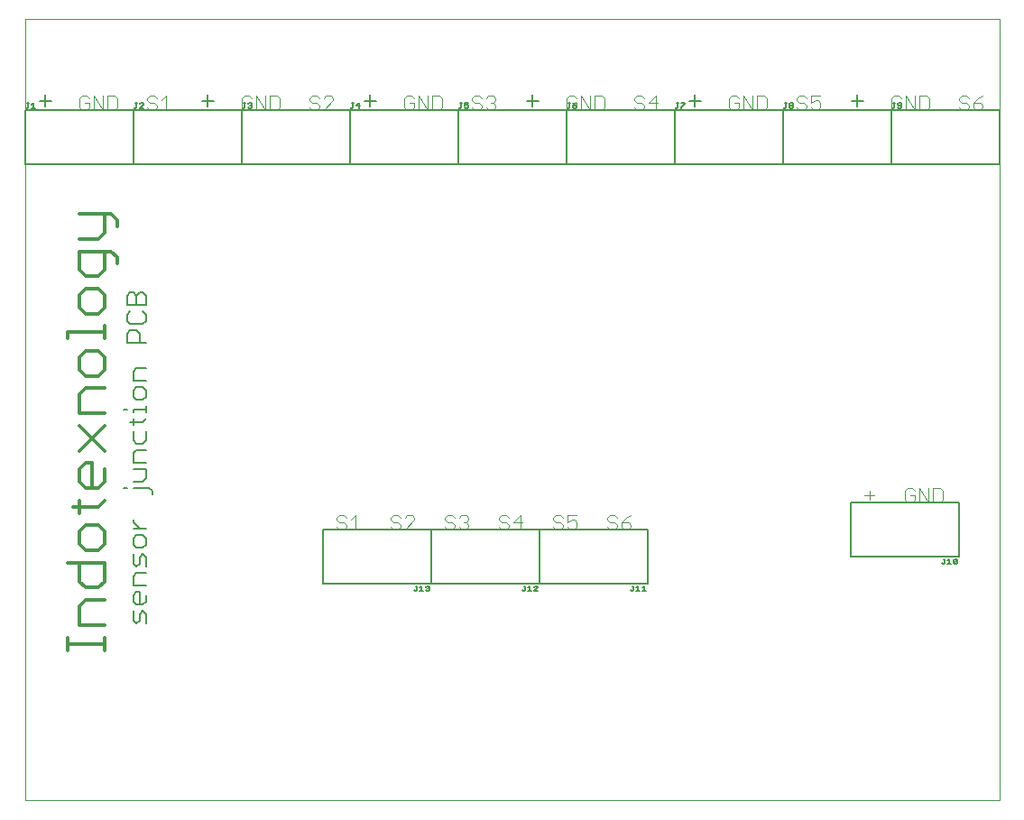
<source format=gto>
G75*
%MOIN*%
%OFA0B0*%
%FSLAX25Y25*%
%IPPOS*%
%LPD*%
%AMOC8*
5,1,8,0,0,1.08239X$1,22.5*
%
%ADD10C,0.00000*%
%ADD11C,0.00600*%
%ADD12C,0.00400*%
%ADD13C,0.01200*%
%ADD14C,0.00500*%
D10*
X0003000Y0001800D02*
X0003000Y0290501D01*
X0362921Y0290501D01*
X0362921Y0001800D01*
X0003000Y0001800D01*
D11*
X0044197Y0067100D02*
X0043029Y0068268D01*
X0043029Y0071771D01*
X0044197Y0074098D02*
X0043029Y0075266D01*
X0043029Y0077601D01*
X0044197Y0078769D01*
X0045365Y0078769D01*
X0045365Y0074098D01*
X0046532Y0074098D02*
X0044197Y0074098D01*
X0046532Y0074098D02*
X0047700Y0075266D01*
X0047700Y0077601D01*
X0047700Y0081096D02*
X0043029Y0081096D01*
X0043029Y0084599D01*
X0044197Y0085767D01*
X0047700Y0085767D01*
X0047700Y0088094D02*
X0047700Y0091597D01*
X0046532Y0092765D01*
X0045365Y0091597D01*
X0045365Y0089262D01*
X0044197Y0088094D01*
X0043029Y0089262D01*
X0043029Y0092765D01*
X0044197Y0095092D02*
X0043029Y0096260D01*
X0043029Y0098595D01*
X0044197Y0099763D01*
X0046532Y0099763D01*
X0047700Y0098595D01*
X0047700Y0096260D01*
X0046532Y0095092D01*
X0044197Y0095092D01*
X0043029Y0102090D02*
X0047700Y0102090D01*
X0045365Y0102090D02*
X0043029Y0104425D01*
X0043029Y0105593D01*
X0043029Y0117255D02*
X0048868Y0117255D01*
X0050035Y0116087D01*
X0050035Y0114919D01*
X0046532Y0119585D02*
X0047700Y0120752D01*
X0047700Y0124255D01*
X0043029Y0124255D01*
X0043029Y0126583D02*
X0043029Y0130086D01*
X0044197Y0131253D01*
X0047700Y0131253D01*
X0046532Y0133581D02*
X0047700Y0134748D01*
X0047700Y0138251D01*
X0046532Y0141746D02*
X0047700Y0142914D01*
X0046532Y0141746D02*
X0041862Y0141746D01*
X0043029Y0140579D02*
X0043029Y0142914D01*
X0043029Y0145244D02*
X0043029Y0146412D01*
X0047700Y0146412D01*
X0047700Y0147579D02*
X0047700Y0145244D01*
X0046532Y0149909D02*
X0047700Y0151077D01*
X0047700Y0153412D01*
X0046532Y0154580D01*
X0044197Y0154580D01*
X0043029Y0153412D01*
X0043029Y0151077D01*
X0044197Y0149909D01*
X0046532Y0149909D01*
X0040694Y0146412D02*
X0039526Y0146412D01*
X0043029Y0138251D02*
X0043029Y0134748D01*
X0044197Y0133581D01*
X0046532Y0133581D01*
X0047700Y0126583D02*
X0043029Y0126583D01*
X0043029Y0119585D02*
X0046532Y0119585D01*
X0040694Y0117255D02*
X0039526Y0117255D01*
X0043029Y0156907D02*
X0043029Y0160410D01*
X0044197Y0161578D01*
X0047700Y0161578D01*
X0047700Y0156907D02*
X0043029Y0156907D01*
X0040694Y0170903D02*
X0040694Y0174406D01*
X0041862Y0175574D01*
X0044197Y0175574D01*
X0045365Y0174406D01*
X0045365Y0170903D01*
X0047700Y0170903D02*
X0040694Y0170903D01*
X0041862Y0177901D02*
X0046532Y0177901D01*
X0047700Y0179069D01*
X0047700Y0181404D01*
X0046532Y0182572D01*
X0047700Y0184899D02*
X0040694Y0184899D01*
X0040694Y0188402D01*
X0041862Y0189570D01*
X0043029Y0189570D01*
X0044197Y0188402D01*
X0044197Y0184899D01*
X0041862Y0182572D02*
X0040694Y0181404D01*
X0040694Y0179069D01*
X0041862Y0177901D01*
X0047700Y0184899D02*
X0047700Y0188402D01*
X0046532Y0189570D01*
X0045365Y0189570D01*
X0044197Y0188402D01*
X0070435Y0258168D02*
X0070435Y0262438D01*
X0068300Y0260303D02*
X0072570Y0260303D01*
X0128300Y0260303D02*
X0132570Y0260303D01*
X0130435Y0262438D02*
X0130435Y0258168D01*
X0188300Y0260303D02*
X0192570Y0260303D01*
X0190435Y0262438D02*
X0190435Y0258168D01*
X0248300Y0260303D02*
X0252570Y0260303D01*
X0250435Y0262438D02*
X0250435Y0258168D01*
X0308300Y0260303D02*
X0312570Y0260303D01*
X0310435Y0262438D02*
X0310435Y0258168D01*
X0047700Y0070603D02*
X0047700Y0067100D01*
X0045365Y0068268D02*
X0044197Y0067100D01*
X0045365Y0068268D02*
X0045365Y0070603D01*
X0046532Y0071771D01*
X0047700Y0070603D01*
X0010435Y0258168D02*
X0010435Y0262438D01*
X0008300Y0260303D02*
X0012570Y0260303D01*
D12*
X0023200Y0261337D02*
X0023200Y0257867D01*
X0024067Y0257000D01*
X0025802Y0257000D01*
X0026670Y0257867D01*
X0026670Y0259602D01*
X0024935Y0259602D01*
X0026670Y0261337D02*
X0025802Y0262204D01*
X0024067Y0262204D01*
X0023200Y0261337D01*
X0028356Y0262204D02*
X0031826Y0257000D01*
X0031826Y0262204D01*
X0033513Y0262204D02*
X0036115Y0262204D01*
X0036982Y0261337D01*
X0036982Y0257867D01*
X0036115Y0257000D01*
X0033513Y0257000D01*
X0033513Y0262204D01*
X0028356Y0262204D02*
X0028356Y0257000D01*
X0048200Y0257867D02*
X0049067Y0257000D01*
X0050802Y0257000D01*
X0051670Y0257867D01*
X0051670Y0258735D01*
X0050802Y0259602D01*
X0049067Y0259602D01*
X0048200Y0260470D01*
X0048200Y0261337D01*
X0049067Y0262204D01*
X0050802Y0262204D01*
X0051670Y0261337D01*
X0053356Y0260470D02*
X0055091Y0262204D01*
X0055091Y0257000D01*
X0053356Y0257000D02*
X0056826Y0257000D01*
X0083200Y0257867D02*
X0084067Y0257000D01*
X0085802Y0257000D01*
X0086670Y0257867D01*
X0086670Y0259602D01*
X0084935Y0259602D01*
X0083200Y0261337D02*
X0083200Y0257867D01*
X0083200Y0261337D02*
X0084067Y0262204D01*
X0085802Y0262204D01*
X0086670Y0261337D01*
X0088356Y0262204D02*
X0091826Y0257000D01*
X0091826Y0262204D01*
X0093513Y0262204D02*
X0096115Y0262204D01*
X0096982Y0261337D01*
X0096982Y0257867D01*
X0096115Y0257000D01*
X0093513Y0257000D01*
X0093513Y0262204D01*
X0088356Y0262204D02*
X0088356Y0257000D01*
X0108200Y0257867D02*
X0109067Y0257000D01*
X0110802Y0257000D01*
X0111670Y0257867D01*
X0111670Y0258735D01*
X0110802Y0259602D01*
X0109067Y0259602D01*
X0108200Y0260470D01*
X0108200Y0261337D01*
X0109067Y0262204D01*
X0110802Y0262204D01*
X0111670Y0261337D01*
X0113356Y0261337D02*
X0114224Y0262204D01*
X0115959Y0262204D01*
X0116826Y0261337D01*
X0116826Y0260470D01*
X0113356Y0257000D01*
X0116826Y0257000D01*
X0143200Y0257867D02*
X0144067Y0257000D01*
X0145802Y0257000D01*
X0146670Y0257867D01*
X0146670Y0259602D01*
X0144935Y0259602D01*
X0143200Y0261337D02*
X0143200Y0257867D01*
X0148356Y0257000D02*
X0148356Y0262204D01*
X0151826Y0257000D01*
X0151826Y0262204D01*
X0153513Y0262204D02*
X0156115Y0262204D01*
X0156982Y0261337D01*
X0156982Y0257867D01*
X0156115Y0257000D01*
X0153513Y0257000D01*
X0153513Y0262204D01*
X0146670Y0261337D02*
X0145802Y0262204D01*
X0144067Y0262204D01*
X0143200Y0261337D01*
X0168200Y0261337D02*
X0168200Y0260470D01*
X0169067Y0259602D01*
X0170802Y0259602D01*
X0171670Y0258735D01*
X0171670Y0257867D01*
X0170802Y0257000D01*
X0169067Y0257000D01*
X0168200Y0257867D01*
X0173356Y0257867D02*
X0174224Y0257000D01*
X0175959Y0257000D01*
X0176826Y0257867D01*
X0176826Y0258735D01*
X0175959Y0259602D01*
X0175091Y0259602D01*
X0175959Y0259602D02*
X0176826Y0260470D01*
X0176826Y0261337D01*
X0175959Y0262204D01*
X0174224Y0262204D01*
X0173356Y0261337D01*
X0171670Y0261337D02*
X0170802Y0262204D01*
X0169067Y0262204D01*
X0168200Y0261337D01*
X0203200Y0261337D02*
X0203200Y0257867D01*
X0204067Y0257000D01*
X0205802Y0257000D01*
X0206670Y0257867D01*
X0206670Y0259602D01*
X0204935Y0259602D01*
X0206670Y0261337D02*
X0205802Y0262204D01*
X0204067Y0262204D01*
X0203200Y0261337D01*
X0208356Y0262204D02*
X0208356Y0257000D01*
X0211826Y0257000D02*
X0211826Y0262204D01*
X0213513Y0262204D02*
X0216115Y0262204D01*
X0216982Y0261337D01*
X0216982Y0257867D01*
X0216115Y0257000D01*
X0213513Y0257000D01*
X0213513Y0262204D01*
X0208356Y0262204D02*
X0211826Y0257000D01*
X0228200Y0257867D02*
X0229067Y0257000D01*
X0230802Y0257000D01*
X0231670Y0257867D01*
X0231670Y0258735D01*
X0230802Y0259602D01*
X0229067Y0259602D01*
X0228200Y0260470D01*
X0228200Y0261337D01*
X0229067Y0262204D01*
X0230802Y0262204D01*
X0231670Y0261337D01*
X0233356Y0259602D02*
X0236826Y0259602D01*
X0235959Y0257000D02*
X0235959Y0262204D01*
X0233356Y0259602D01*
X0263200Y0257867D02*
X0264067Y0257000D01*
X0265802Y0257000D01*
X0266670Y0257867D01*
X0266670Y0259602D01*
X0264935Y0259602D01*
X0263200Y0261337D02*
X0263200Y0257867D01*
X0268356Y0257000D02*
X0268356Y0262204D01*
X0271826Y0257000D01*
X0271826Y0262204D01*
X0273513Y0262204D02*
X0276115Y0262204D01*
X0276982Y0261337D01*
X0276982Y0257867D01*
X0276115Y0257000D01*
X0273513Y0257000D01*
X0273513Y0262204D01*
X0266670Y0261337D02*
X0265802Y0262204D01*
X0264067Y0262204D01*
X0263200Y0261337D01*
X0288200Y0261337D02*
X0288200Y0260470D01*
X0289067Y0259602D01*
X0290802Y0259602D01*
X0291670Y0258735D01*
X0291670Y0257867D01*
X0290802Y0257000D01*
X0289067Y0257000D01*
X0288200Y0257867D01*
X0293356Y0257867D02*
X0294224Y0257000D01*
X0295959Y0257000D01*
X0296826Y0257867D01*
X0296826Y0259602D01*
X0295959Y0260470D01*
X0295091Y0260470D01*
X0293356Y0259602D01*
X0293356Y0262204D01*
X0296826Y0262204D01*
X0291670Y0261337D02*
X0290802Y0262204D01*
X0289067Y0262204D01*
X0288200Y0261337D01*
X0323200Y0261337D02*
X0323200Y0257867D01*
X0324067Y0257000D01*
X0325802Y0257000D01*
X0326670Y0257867D01*
X0326670Y0259602D01*
X0324935Y0259602D01*
X0326670Y0261337D02*
X0325802Y0262204D01*
X0324067Y0262204D01*
X0323200Y0261337D01*
X0328356Y0262204D02*
X0331826Y0257000D01*
X0331826Y0262204D01*
X0333513Y0262204D02*
X0336115Y0262204D01*
X0336982Y0261337D01*
X0336982Y0257867D01*
X0336115Y0257000D01*
X0333513Y0257000D01*
X0333513Y0262204D01*
X0328356Y0262204D02*
X0328356Y0257000D01*
X0348200Y0257867D02*
X0349067Y0257000D01*
X0350802Y0257000D01*
X0351670Y0257867D01*
X0351670Y0258735D01*
X0350802Y0259602D01*
X0349067Y0259602D01*
X0348200Y0260470D01*
X0348200Y0261337D01*
X0349067Y0262204D01*
X0350802Y0262204D01*
X0351670Y0261337D01*
X0353356Y0259602D02*
X0355959Y0259602D01*
X0356826Y0258735D01*
X0356826Y0257867D01*
X0355959Y0257000D01*
X0354224Y0257000D01*
X0353356Y0257867D01*
X0353356Y0259602D01*
X0355091Y0261337D01*
X0356826Y0262204D01*
X0341115Y0117204D02*
X0338513Y0117204D01*
X0338513Y0112000D01*
X0341115Y0112000D01*
X0341982Y0112867D01*
X0341982Y0116337D01*
X0341115Y0117204D01*
X0336826Y0117204D02*
X0336826Y0112000D01*
X0333356Y0117204D01*
X0333356Y0112000D01*
X0331670Y0112867D02*
X0331670Y0114602D01*
X0329935Y0114602D01*
X0331670Y0112867D02*
X0330802Y0112000D01*
X0329067Y0112000D01*
X0328200Y0112867D01*
X0328200Y0116337D01*
X0329067Y0117204D01*
X0330802Y0117204D01*
X0331670Y0116337D01*
X0316670Y0114602D02*
X0313200Y0114602D01*
X0314935Y0116337D02*
X0314935Y0112867D01*
X0226826Y0107204D02*
X0225091Y0106337D01*
X0223356Y0104602D01*
X0225959Y0104602D01*
X0226826Y0103735D01*
X0226826Y0102867D01*
X0225959Y0102000D01*
X0224224Y0102000D01*
X0223356Y0102867D01*
X0223356Y0104602D01*
X0221670Y0103735D02*
X0221670Y0102867D01*
X0220802Y0102000D01*
X0219067Y0102000D01*
X0218200Y0102867D01*
X0219067Y0104602D02*
X0218200Y0105470D01*
X0218200Y0106337D01*
X0219067Y0107204D01*
X0220802Y0107204D01*
X0221670Y0106337D01*
X0220802Y0104602D02*
X0221670Y0103735D01*
X0220802Y0104602D02*
X0219067Y0104602D01*
X0206826Y0104602D02*
X0206826Y0102867D01*
X0205959Y0102000D01*
X0204224Y0102000D01*
X0203356Y0102867D01*
X0201670Y0102867D02*
X0200802Y0102000D01*
X0199067Y0102000D01*
X0198200Y0102867D01*
X0199067Y0104602D02*
X0200802Y0104602D01*
X0201670Y0103735D01*
X0201670Y0102867D01*
X0203356Y0104602D02*
X0205091Y0105470D01*
X0205959Y0105470D01*
X0206826Y0104602D01*
X0206826Y0107204D02*
X0203356Y0107204D01*
X0203356Y0104602D01*
X0201670Y0106337D02*
X0200802Y0107204D01*
X0199067Y0107204D01*
X0198200Y0106337D01*
X0198200Y0105470D01*
X0199067Y0104602D01*
X0186826Y0104602D02*
X0183356Y0104602D01*
X0185959Y0107204D01*
X0185959Y0102000D01*
X0181670Y0102867D02*
X0180802Y0102000D01*
X0179067Y0102000D01*
X0178200Y0102867D01*
X0179067Y0104602D02*
X0178200Y0105470D01*
X0178200Y0106337D01*
X0179067Y0107204D01*
X0180802Y0107204D01*
X0181670Y0106337D01*
X0180802Y0104602D02*
X0181670Y0103735D01*
X0181670Y0102867D01*
X0180802Y0104602D02*
X0179067Y0104602D01*
X0166826Y0103735D02*
X0166826Y0102867D01*
X0165959Y0102000D01*
X0164224Y0102000D01*
X0163356Y0102867D01*
X0161670Y0102867D02*
X0160802Y0102000D01*
X0159067Y0102000D01*
X0158200Y0102867D01*
X0159067Y0104602D02*
X0160802Y0104602D01*
X0161670Y0103735D01*
X0161670Y0102867D01*
X0159067Y0104602D02*
X0158200Y0105470D01*
X0158200Y0106337D01*
X0159067Y0107204D01*
X0160802Y0107204D01*
X0161670Y0106337D01*
X0163356Y0106337D02*
X0164224Y0107204D01*
X0165959Y0107204D01*
X0166826Y0106337D01*
X0166826Y0105470D01*
X0165959Y0104602D01*
X0166826Y0103735D01*
X0165959Y0104602D02*
X0165091Y0104602D01*
X0146826Y0105470D02*
X0146826Y0106337D01*
X0145959Y0107204D01*
X0144224Y0107204D01*
X0143356Y0106337D01*
X0141670Y0106337D02*
X0140802Y0107204D01*
X0139067Y0107204D01*
X0138200Y0106337D01*
X0138200Y0105470D01*
X0139067Y0104602D01*
X0140802Y0104602D01*
X0141670Y0103735D01*
X0141670Y0102867D01*
X0140802Y0102000D01*
X0139067Y0102000D01*
X0138200Y0102867D01*
X0143356Y0102000D02*
X0146826Y0105470D01*
X0146826Y0102000D02*
X0143356Y0102000D01*
X0126826Y0102000D02*
X0123356Y0102000D01*
X0125091Y0102000D02*
X0125091Y0107204D01*
X0123356Y0105470D01*
X0121670Y0106337D02*
X0120802Y0107204D01*
X0119067Y0107204D01*
X0118200Y0106337D01*
X0118200Y0105470D01*
X0119067Y0104602D01*
X0120802Y0104602D01*
X0121670Y0103735D01*
X0121670Y0102867D01*
X0120802Y0102000D01*
X0119067Y0102000D01*
X0118200Y0102867D01*
D13*
X0032400Y0101137D02*
X0032400Y0096533D01*
X0030098Y0094231D01*
X0025494Y0094231D01*
X0023192Y0096533D01*
X0023192Y0101137D01*
X0025494Y0103439D01*
X0030098Y0103439D01*
X0032400Y0101137D01*
X0023192Y0108043D02*
X0023192Y0112647D01*
X0020890Y0110345D02*
X0030098Y0110345D01*
X0032400Y0112647D01*
X0030098Y0117251D02*
X0025494Y0117251D01*
X0023192Y0119553D01*
X0023192Y0124157D01*
X0025494Y0126459D01*
X0027796Y0126459D01*
X0027796Y0117251D01*
X0030098Y0117251D02*
X0032400Y0119553D01*
X0032400Y0124157D01*
X0032400Y0131063D02*
X0023192Y0140271D01*
X0023192Y0144875D02*
X0023192Y0151781D01*
X0025494Y0154083D01*
X0032400Y0154083D01*
X0030098Y0158687D02*
X0025494Y0158687D01*
X0023192Y0160988D01*
X0023192Y0165592D01*
X0025494Y0167894D01*
X0030098Y0167894D01*
X0032400Y0165592D01*
X0032400Y0160988D01*
X0030098Y0158687D01*
X0032400Y0172498D02*
X0032400Y0177102D01*
X0032400Y0174800D02*
X0018588Y0174800D01*
X0018588Y0172498D01*
X0025494Y0181706D02*
X0030098Y0181706D01*
X0032400Y0184008D01*
X0032400Y0188612D01*
X0030098Y0190914D01*
X0025494Y0190914D01*
X0023192Y0188612D01*
X0023192Y0184008D01*
X0025494Y0181706D01*
X0025494Y0195518D02*
X0030098Y0195518D01*
X0032400Y0197820D01*
X0032400Y0204726D01*
X0034702Y0204726D02*
X0023192Y0204726D01*
X0023192Y0197820D01*
X0025494Y0195518D01*
X0034702Y0204726D02*
X0037004Y0202424D01*
X0037004Y0200122D01*
X0030098Y0209330D02*
X0032400Y0211632D01*
X0032400Y0218538D01*
X0034702Y0218538D02*
X0037004Y0216236D01*
X0037004Y0213934D01*
X0034702Y0218538D02*
X0023192Y0218538D01*
X0023192Y0209330D02*
X0030098Y0209330D01*
X0032400Y0144875D02*
X0023192Y0144875D01*
X0032400Y0140271D02*
X0023192Y0131063D01*
X0023192Y0089628D02*
X0023192Y0082722D01*
X0025494Y0080420D01*
X0030098Y0080420D01*
X0032400Y0082722D01*
X0032400Y0089628D01*
X0018588Y0089628D01*
X0025494Y0075816D02*
X0032400Y0075816D01*
X0025494Y0075816D02*
X0023192Y0073514D01*
X0023192Y0066608D01*
X0032400Y0066608D01*
X0032400Y0062004D02*
X0032400Y0057400D01*
X0032400Y0059702D02*
X0018588Y0059702D01*
X0018588Y0057400D02*
X0018588Y0062004D01*
D14*
X0113000Y0081800D02*
X0153000Y0081800D01*
X0153000Y0101800D01*
X0113000Y0101800D01*
X0113000Y0081800D01*
X0146620Y0079467D02*
X0146937Y0079150D01*
X0147254Y0079150D01*
X0147571Y0079467D01*
X0147571Y0081052D01*
X0147254Y0081052D02*
X0147888Y0081052D01*
X0148830Y0080418D02*
X0149464Y0081052D01*
X0149464Y0079150D01*
X0148830Y0079150D02*
X0150098Y0079150D01*
X0151040Y0079467D02*
X0151357Y0079150D01*
X0151991Y0079150D01*
X0152308Y0079467D01*
X0152308Y0079784D01*
X0151991Y0080101D01*
X0151674Y0080101D01*
X0151991Y0080101D02*
X0152308Y0080418D01*
X0152308Y0080735D01*
X0151991Y0081052D01*
X0151357Y0081052D01*
X0151040Y0080735D01*
X0153000Y0081800D02*
X0193000Y0081800D01*
X0193000Y0101800D01*
X0153000Y0101800D01*
X0153000Y0081800D01*
X0186620Y0079467D02*
X0186937Y0079150D01*
X0187254Y0079150D01*
X0187571Y0079467D01*
X0187571Y0081052D01*
X0187254Y0081052D02*
X0187888Y0081052D01*
X0188830Y0080418D02*
X0189464Y0081052D01*
X0189464Y0079150D01*
X0188830Y0079150D02*
X0190098Y0079150D01*
X0191040Y0079150D02*
X0192308Y0080418D01*
X0192308Y0080735D01*
X0191991Y0081052D01*
X0191357Y0081052D01*
X0191040Y0080735D01*
X0191040Y0079150D02*
X0192308Y0079150D01*
X0193000Y0081800D02*
X0233000Y0081800D01*
X0233000Y0101800D01*
X0193000Y0101800D01*
X0193000Y0081800D01*
X0226620Y0079467D02*
X0226937Y0079150D01*
X0227254Y0079150D01*
X0227571Y0079467D01*
X0227571Y0081052D01*
X0227254Y0081052D02*
X0227888Y0081052D01*
X0228830Y0080418D02*
X0229464Y0081052D01*
X0229464Y0079150D01*
X0228830Y0079150D02*
X0230098Y0079150D01*
X0231040Y0079150D02*
X0232308Y0079150D01*
X0231674Y0079150D02*
X0231674Y0081052D01*
X0231040Y0080418D01*
X0308000Y0091800D02*
X0348000Y0091800D01*
X0348000Y0111800D01*
X0308000Y0111800D01*
X0308000Y0091800D01*
X0341620Y0089467D02*
X0341937Y0089150D01*
X0342254Y0089150D01*
X0342571Y0089467D01*
X0342571Y0091052D01*
X0342254Y0091052D02*
X0342888Y0091052D01*
X0343830Y0090418D02*
X0344464Y0091052D01*
X0344464Y0089150D01*
X0343830Y0089150D02*
X0345098Y0089150D01*
X0346040Y0089467D02*
X0347308Y0090735D01*
X0347308Y0089467D01*
X0346991Y0089150D01*
X0346357Y0089150D01*
X0346040Y0089467D01*
X0346040Y0090735D01*
X0346357Y0091052D01*
X0346991Y0091052D01*
X0347308Y0090735D01*
X0363000Y0236800D02*
X0323000Y0236800D01*
X0323000Y0256800D01*
X0363000Y0256800D01*
X0363000Y0236800D01*
X0326728Y0257867D02*
X0326728Y0259135D01*
X0326411Y0259452D01*
X0325777Y0259452D01*
X0325460Y0259135D01*
X0325460Y0258818D01*
X0325777Y0258501D01*
X0326728Y0258501D01*
X0326728Y0257867D02*
X0326411Y0257550D01*
X0325777Y0257550D01*
X0325460Y0257867D01*
X0324201Y0257867D02*
X0324201Y0259452D01*
X0323884Y0259452D02*
X0324518Y0259452D01*
X0324201Y0257867D02*
X0323884Y0257550D01*
X0323567Y0257550D01*
X0323250Y0257867D01*
X0323000Y0256800D02*
X0283000Y0256800D01*
X0283000Y0236800D01*
X0323000Y0236800D01*
X0323000Y0256800D01*
X0286728Y0257867D02*
X0286411Y0257550D01*
X0285777Y0257550D01*
X0285460Y0257867D01*
X0285460Y0258184D01*
X0285777Y0258501D01*
X0286411Y0258501D01*
X0286728Y0258184D01*
X0286728Y0257867D01*
X0286411Y0258501D02*
X0286728Y0258818D01*
X0286728Y0259135D01*
X0286411Y0259452D01*
X0285777Y0259452D01*
X0285460Y0259135D01*
X0285460Y0258818D01*
X0285777Y0258501D01*
X0284518Y0259452D02*
X0283884Y0259452D01*
X0284201Y0259452D02*
X0284201Y0257867D01*
X0283884Y0257550D01*
X0283567Y0257550D01*
X0283250Y0257867D01*
X0283000Y0256800D02*
X0243000Y0256800D01*
X0243000Y0236800D01*
X0283000Y0236800D01*
X0283000Y0256800D01*
X0246728Y0259135D02*
X0245460Y0257867D01*
X0245460Y0257550D01*
X0244201Y0257867D02*
X0244201Y0259452D01*
X0243884Y0259452D02*
X0244518Y0259452D01*
X0245460Y0259452D02*
X0246728Y0259452D01*
X0246728Y0259135D01*
X0244201Y0257867D02*
X0243884Y0257550D01*
X0243567Y0257550D01*
X0243250Y0257867D01*
X0243000Y0256800D02*
X0203000Y0256800D01*
X0203000Y0236800D01*
X0243000Y0236800D01*
X0243000Y0256800D01*
X0206728Y0257867D02*
X0206728Y0258184D01*
X0206411Y0258501D01*
X0205460Y0258501D01*
X0205460Y0257867D01*
X0205777Y0257550D01*
X0206411Y0257550D01*
X0206728Y0257867D01*
X0206094Y0259135D02*
X0205460Y0258501D01*
X0206094Y0259135D02*
X0206728Y0259452D01*
X0204518Y0259452D02*
X0203884Y0259452D01*
X0204201Y0259452D02*
X0204201Y0257867D01*
X0203884Y0257550D01*
X0203567Y0257550D01*
X0203250Y0257867D01*
X0203000Y0256800D02*
X0163000Y0256800D01*
X0163000Y0236800D01*
X0203000Y0236800D01*
X0203000Y0256800D01*
X0166728Y0257867D02*
X0166411Y0257550D01*
X0165777Y0257550D01*
X0165460Y0257867D01*
X0165460Y0258501D02*
X0166094Y0258818D01*
X0166411Y0258818D01*
X0166728Y0258501D01*
X0166728Y0257867D01*
X0165460Y0258501D02*
X0165460Y0259452D01*
X0166728Y0259452D01*
X0164518Y0259452D02*
X0163884Y0259452D01*
X0164201Y0259452D02*
X0164201Y0257867D01*
X0163884Y0257550D01*
X0163567Y0257550D01*
X0163250Y0257867D01*
X0163000Y0256800D02*
X0123000Y0256800D01*
X0123000Y0236800D01*
X0163000Y0236800D01*
X0163000Y0256800D01*
X0126728Y0258501D02*
X0125460Y0258501D01*
X0126411Y0259452D01*
X0126411Y0257550D01*
X0124201Y0257867D02*
X0124201Y0259452D01*
X0123884Y0259452D02*
X0124518Y0259452D01*
X0124201Y0257867D02*
X0123884Y0257550D01*
X0123567Y0257550D01*
X0123250Y0257867D01*
X0123000Y0256800D02*
X0083000Y0256800D01*
X0083000Y0236800D01*
X0123000Y0236800D01*
X0123000Y0256800D01*
X0086728Y0257867D02*
X0086411Y0257550D01*
X0085777Y0257550D01*
X0085460Y0257867D01*
X0086094Y0258501D02*
X0086411Y0258501D01*
X0086728Y0258184D01*
X0086728Y0257867D01*
X0086411Y0258501D02*
X0086728Y0258818D01*
X0086728Y0259135D01*
X0086411Y0259452D01*
X0085777Y0259452D01*
X0085460Y0259135D01*
X0084518Y0259452D02*
X0083884Y0259452D01*
X0084201Y0259452D02*
X0084201Y0257867D01*
X0083884Y0257550D01*
X0083567Y0257550D01*
X0083250Y0257867D01*
X0083000Y0256800D02*
X0043000Y0256800D01*
X0043000Y0236800D01*
X0083000Y0236800D01*
X0083000Y0256800D01*
X0046728Y0257550D02*
X0045460Y0257550D01*
X0046728Y0258818D01*
X0046728Y0259135D01*
X0046411Y0259452D01*
X0045777Y0259452D01*
X0045460Y0259135D01*
X0044518Y0259452D02*
X0043884Y0259452D01*
X0044201Y0259452D02*
X0044201Y0257867D01*
X0043884Y0257550D01*
X0043567Y0257550D01*
X0043250Y0257867D01*
X0043000Y0256800D02*
X0003000Y0256800D01*
X0003000Y0236800D01*
X0043000Y0236800D01*
X0043000Y0256800D01*
X0006728Y0257550D02*
X0005460Y0257550D01*
X0006094Y0257550D02*
X0006094Y0259452D01*
X0005460Y0258818D01*
X0004518Y0259452D02*
X0003884Y0259452D01*
X0004201Y0259452D02*
X0004201Y0257867D01*
X0003884Y0257550D01*
X0003567Y0257550D01*
X0003250Y0257867D01*
M02*

</source>
